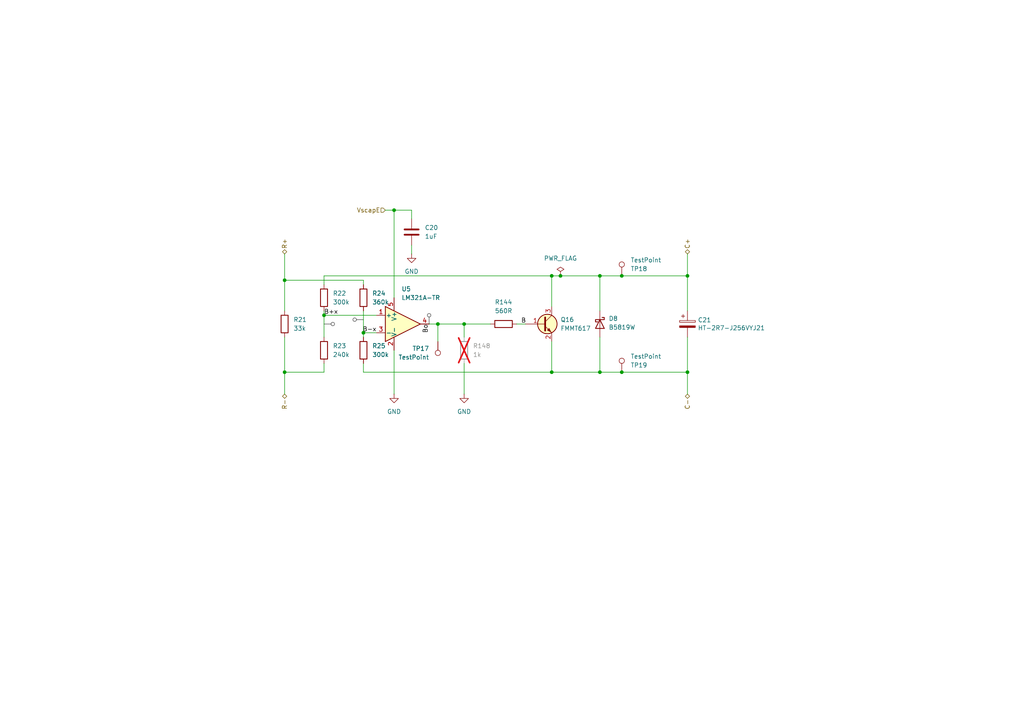
<source format=kicad_sch>
(kicad_sch (version 20250114) (generator "eeschema") (generator_version "9.0")
  (paper "A4")
  (title_block (title "HALPI2") (date "2025-08-15") (rev "v0.5.0") (company "Hat Labs Oy") (comment 1 "https://ohwr.org/cern_ohl_s_v2.pdf") (comment 2 "To view a copy of this license, visit ") (comment 3 "HALPI2 is licensed under CERN-OHL-S v2."))
  (lib_symbols
    (symbol "Amplifier_Operational:LM321" (pin_names (offset 0.127))
      (property "Reference" "U" (at 0 7.62 0))
      (property "Value" "LM321" (at 0 5.08 0))
      (symbol "LM321_0_1"
        (polyline (pts (xy -5.08 5.08) (xy 5.08 0) (xy -5.08 -5.08) (xy -5.08 5.08)) (stroke (width 0.254)) (fill (type background)))
      )
      (symbol "LM321_1_1"
        (pin input line (at -7.62 2.54 0) (length 2.54) (name "+") (number "1"))
        (pin input line (at -7.62 -2.54 0) (length 2.54) (name "-") (number "3"))
        (pin power_in line (at -2.54 7.62 270) (length 3.81) (name "V+") (number "5"))
        (pin power_in line (at -2.54 -7.62 90) (length 3.81) (name "V-") (number "2"))
        (pin output line (at 7.62 0 180) (length 2.54) (name "~") (number "4"))
      )
    )
    (symbol "Connector:TestPoint" (pin_numbers (hide yes)) (pin_names (offset 0.762) (hide yes))
      (property "Reference" "TP" (at 0 6.858 0))
      (property "Value" "TestPoint" (at 0 5.08 0))
      (symbol "TestPoint_0_1"
        (circle (center 0 3.302) (radius 0.762))
      )
      (symbol "TestPoint_1_1"
        (pin passive line (at 0 0 90) (length 2.54) (name "1") (number "1"))
      )
    )
    (symbol "Device:C" (pin_numbers (hide yes)) (pin_names (offset 0.254))
      (property "Reference" "C" (at 0.635 2.54 0))
      (property "Value" "C" (at 0.635 -2.54 0))
      (symbol "C_0_1"
        (polyline (pts (xy -2.032 0.762) (xy 2.032 0.762)) (stroke (width 0.508)))
        (polyline (pts (xy -2.032 -0.762) (xy 2.032 -0.762)) (stroke (width 0.508)))
      )
      (symbol "C_1_1"
        (pin passive line (at 0 3.81 270) (length 2.794) (name "~") (number "1"))
        (pin passive line (at 0 -3.81 90) (length 2.794) (name "~") (number "2"))
      )
    )
    (symbol "Device:C_Polarized" (pin_numbers (hide yes)) (pin_names (offset 0.254))
      (property "Reference" "C" (at 0.635 2.54 0))
      (property "Value" "C_Polarized" (at 0.635 -2.54 0))
      (symbol "C_Polarized_0_1"
        (rectangle (start -2.286 0.508) (end 2.286 1.016))
        (polyline (pts (xy -1.778 2.286) (xy -0.762 2.286)))
        (polyline (pts (xy -1.27 2.794) (xy -1.27 1.778)))
        (rectangle (start 2.286 -0.508) (end -2.286 -1.016) (fill (type outline)))
      )
      (symbol "C_Polarized_1_1"
        (pin passive line (at 0 3.81 270) (length 2.794) (name "~") (number "1"))
        (pin passive line (at 0 -3.81 90) (length 2.794) (name "~") (number "2"))
      )
    )
    (symbol "Device:R" (pin_numbers (hide yes)) (pin_names (offset 0))
      (property "Reference" "R" (at 2.032 0 90))
      (property "Value" "R" (at 0 0 90))
      (symbol "R_0_1"
        (rectangle (start -1.016 -2.54) (end 1.016 2.54) (stroke (width 0.254)))
      )
      (symbol "R_1_1"
        (pin passive line (at 0 3.81 270) (length 1.27) (name "~") (number "1"))
        (pin passive line (at 0 -3.81 90) (length 1.27) (name "~") (number "2"))
      )
    )
    (symbol "Diode:SS34" (pin_numbers (hide yes)) (pin_names (offset 1.016) (hide yes))
      (property "Reference" "D" (at 0 2.54 0))
      (property "Value" "SS34" (at 0 -2.54 0))
      (symbol "SS34_0_1"
        (polyline (pts (xy -1.905 0.635) (xy -1.905 1.27) (xy -1.27 1.27) (xy -1.27 -1.27) (xy -0.635 -1.27) (xy -0.635 -0.635)) (stroke (width 0.254)))
        (polyline (pts (xy 1.27 1.27) (xy 1.27 -1.27) (xy -1.27 0) (xy 1.27 1.27)) (stroke (width 0.254)))
        (polyline (pts (xy 1.27 0) (xy -1.27 0)))
      )
      (symbol "SS34_1_1"
        (pin passive line (at -3.81 0 0) (length 2.54) (name "K") (number "1"))
        (pin passive line (at 3.81 0 180) (length 2.54) (name "A") (number "2"))
      )
    )
    (symbol "PCM_Transistor_BJT_AKL:FMMT617" (pin_names (hide yes))
      (property "Reference" "Q" (at 5.08 1.27 0))
      (property "Value" "FMMT617" (at 5.08 -1.27 0))
      (symbol "FMMT617_0_1"
        (polyline (pts (xy 0.635 1.905) (xy 0.635 -1.905) (xy 0.635 -1.905)) (stroke (width 0.508)))
        (polyline (pts (xy 0.635 0.635) (xy 2.54 2.54)))
        (polyline (pts (xy 0.635 -0.635) (xy 2.54 -2.54) (xy 2.54 -2.54)))
        (circle (center 1.27 0) (radius 2.8194) (stroke (width 0.254)) (fill (type background)))
        (polyline (pts (xy 1.27 -1.778) (xy 1.778 -1.27) (xy 2.286 -2.286) (xy 1.27 -1.778) (xy 1.27 -1.778)) (fill (type outline)))
      )
      (symbol "FMMT617_1_1"
        (pin input line (at -5.08 0 0) (length 5.715) (name "B") (number "1"))
        (pin passive line (at 2.54 5.08 270) (length 2.54) (name "C") (number "3"))
        (pin passive line (at 2.54 -5.08 90) (length 2.54) (name "E") (number "2"))
      )
    )
    (symbol "power:GND" (power) (pin_numbers (hide yes)) (pin_names (offset 0) (hide yes))
      (property "Value" "GND" (at 0 -3.81 0))
      (symbol "GND_0_1"
        (polyline (pts (xy 0 0) (xy 0 -1.27) (xy 1.27 -1.27) (xy 0 -2.54) (xy -1.27 -1.27) (xy 0 -1.27)))
      )
      (symbol "GND_1_1"
        (pin power_in line (at 0 0 270) (length 0) (name "~") (number "1"))
      )
    )
    (symbol "power:PWR_FLAG" (power) (pin_numbers (hide yes)) (pin_names (offset 0) (hide yes))
      (property "Value" "PWR_FLAG" (at 0 3.81 0))
      (symbol "PWR_FLAG_0_0"
        (pin power_out line (at 0 0 90) (length 0) (name "~") (number "1"))
      )
      (symbol "PWR_FLAG_0_1"
        (polyline (pts (xy 0 0) (xy 0 1.27) (xy -1.016 1.905) (xy 0 2.54) (xy 1.016 1.905) (xy 0 1.27)))
      )
    )
  )
  (junction (at 173.99 107.95))
  (junction (at 199.39 107.95))
  (junction (at 160.02 107.95))
  (junction (at 82.55 107.95))
  (junction (at 93.98 91.44))
  (junction (at 134.62 93.98))
  (junction (at 160.02 80.01))
  (junction (at 199.39 80.01))
  (junction (at 127 93.98))
  (junction (at 82.55 81.28))
  (junction (at 180.34 107.95))
  (junction (at 114.3 60.96))
  (junction (at 173.99 80.01))
  (junction (at 105.41 96.52))
  (junction (at 180.34 80.01))
  (junction (at 162.56 80.01))
  (wire (pts (xy 173.99 80.01) (xy 180.34 80.01)))
  (wire (pts (xy 162.56 80.01) (xy 173.99 80.01)))
  (wire (pts (xy 82.55 97.79) (xy 82.55 107.95)))
  (wire (pts (xy 134.62 105.41) (xy 134.62 114.3)))
  (wire (pts (xy 134.62 93.98) (xy 127 93.98)))
  (wire (pts (xy 152.4 93.98) (xy 149.86 93.98)))
  (wire (pts (xy 173.99 107.95) (xy 180.34 107.95)))
  (wire (pts (xy 93.98 91.44) (xy 109.22 91.44)))
  (wire (pts (xy 93.98 107.95) (xy 82.55 107.95)))
  (wire (pts (xy 114.3 101.6) (xy 114.3 114.3)))
  (wire (pts (xy 134.62 93.98) (xy 134.62 97.79)))
  (wire (pts (xy 127 93.98) (xy 124.46 93.98)))
  (wire (pts (xy 119.38 63.5) (xy 119.38 60.96)))
  (wire (pts (xy 105.41 81.28) (xy 82.55 81.28)))
  (wire (pts (xy 114.3 60.96) (xy 114.3 86.36)))
  (wire (pts (xy 119.38 60.96) (xy 114.3 60.96)))
  (wire (pts (xy 114.3 60.96) (xy 111.76 60.96)))
  (wire (pts (xy 199.39 107.95) (xy 199.39 114.3)))
  (wire (pts (xy 142.24 93.98) (xy 134.62 93.98)))
  (wire (pts (xy 173.99 97.79) (xy 173.99 107.95)))
  (wire (pts (xy 105.41 90.17) (xy 105.41 96.52)))
  (wire (pts (xy 173.99 80.01) (xy 173.99 90.17)))
  (wire (pts (xy 127 93.98) (xy 127 99.06)))
  (wire (pts (xy 160.02 80.01) (xy 160.02 88.9)))
  (wire (pts (xy 93.98 80.01) (xy 93.98 82.55)))
  (wire (pts (xy 93.98 90.17) (xy 93.98 91.44)))
  (wire (pts (xy 160.02 107.95) (xy 173.99 107.95)))
  (wire (pts (xy 160.02 80.01) (xy 162.56 80.01)))
  (wire (pts (xy 119.38 71.12) (xy 119.38 73.66)))
  (wire (pts (xy 82.55 81.28) (xy 82.55 90.17)))
  (wire (pts (xy 199.39 80.01) (xy 199.39 90.17)))
  (wire (pts (xy 93.98 80.01) (xy 160.02 80.01)))
  (wire (pts (xy 82.55 73.66) (xy 82.55 81.28)))
  (wire (pts (xy 160.02 99.06) (xy 160.02 107.95)))
  (wire (pts (xy 93.98 91.44) (xy 93.98 97.79)))
  (wire (pts (xy 180.34 80.01) (xy 199.39 80.01)))
  (wire (pts (xy 105.41 96.52) (xy 109.22 96.52)))
  (wire (pts (xy 199.39 97.79) (xy 199.39 107.95)))
  (wire (pts (xy 199.39 73.66) (xy 199.39 80.01)))
  (wire (pts (xy 93.98 105.41) (xy 93.98 107.95)))
  (wire (pts (xy 105.41 82.55) (xy 105.41 81.28)))
  (wire (pts (xy 105.41 107.95) (xy 160.02 107.95)))
  (wire (pts (xy 105.41 105.41) (xy 105.41 107.95)))
  (wire (pts (xy 180.34 107.95) (xy 199.39 107.95)))
  (wire (pts (xy 82.55 107.95) (xy 82.55 114.3)))
  (wire (pts (xy 105.41 96.52) (xy 105.41 97.79)))
  (label "B+x" (at 93.98 91.44 0))
  (label "Bo" (at 124.46 93.98 270))
  (label "B-x" (at 109.22 96.52 180))
  (label "B" (at 151.13 93.98 0))
  (hierarchical_label "VscapE" (shape input) (at 111.76 60.96 180))
  (hierarchical_label "C-" (shape bidirectional) (at 199.39 114.3 270))
  (hierarchical_label "C+" (shape bidirectional) (at 199.39 73.66 90))
  (hierarchical_label "R-" (shape bidirectional) (at 82.55 114.3 270))
  (hierarchical_label "R+" (shape bidirectional) (at 82.55 73.66 90))
  (netclass_flag "" (length 2.54) (shape round) (at 124.46 93.98 0) (property "Netclass" "Analog" (effects (hide yes))))
  (netclass_flag "" (length 2.54) (shape round) (at 105.41 92.71 90) (property "Netclass" "Analog" (effects (hide yes))))
  (netclass_flag "" (length 2.54) (shape round) (at 93.98 93.98 270) (property "Netclass" "Analog" (effects (hide yes))))
  (symbol (lib_id "power:PWR_FLAG") (at 162.56 80.01 0) (unit 1)
    (property "Reference" "#FLG04" (effects (hide yes)))
    (property "Value" "PWR_FLAG" (at 162.56 74.93 0))
    (property "Description" "Special symbol for telling ERC where power comes from" (effects (hide yes)))
    (instances (project "HALPI2" (path "" (reference "#FLG07") (unit 1)) (path "" (reference "#FLG05") (unit 1)) (path "" (reference "#FLG04") (unit 1)) (path "" (reference "#FLG06") (unit 1))))
  )
  (symbol (lib_id "Connector:TestPoint") (at 180.34 107.95 0) (mirror y) (unit 1)
    (property "Reference" "TP10" (at 182.88 105.9181 0) (effects (justify right)))
    (property "Value" "TestPoint" (at 182.88 103.3781 0) (effects (justify right)))
    (property "Footprint" "TestPoint:TestPoint_Pad_D1.5mm" (effects (hide yes)))
    (property "Description" "test point" (effects (hide yes)))
    (instances (project "HALPI2" (path "" (reference "TP19") (unit 1)) (path "" (reference "TP13") (unit 1)) (path "" (reference "TP10") (unit 1)) (path "" (reference "TP16") (unit 1))))
  )
  (symbol (lib_id "PCM_Transistor_BJT_AKL:FMMT617") (at 157.48 93.98 0) (unit 1)
    (property "Reference" "Q13" (at 162.56 92.7099 0) (effects (justify left)))
    (property "Value" "FMMT617" (at 162.56 95.2499 0) (effects (justify left)))
    (property "Footprint" "Package_TO_SOT_SMD:SOT-23" (effects (hide yes)))
    (property "Datasheet" "https://www.tme.eu/Document/efdfec2c1721f0c6228aa2f4575c9c70/FMMT617.pdf" (effects (hide yes)))
    (property "Description" "NPN SOT-23 transistor, 15V, 3A, 625mW, Alternate KiCAD Library" (effects (hide yes)))
    (property "LCSC" "C686650" (effects (hide yes)))
    (instances (project "" (path "" (reference "Q16") (unit 1)) (path "" (reference "Q14") (unit 1)) (path "" (reference "Q13") (unit 1)) (path "" (reference "Q15") (unit 1))))
  )
  (symbol (lib_id "Amplifier_Operational:LM321") (at 116.84 93.98 0) (unit 1)
    (property "Reference" "U2" (at 116.4433 83.82 0) (effects (justify left)))
    (property "Value" "LM321A-TR" (at 116.4433 86.36 0) (effects (justify left)))
    (property "Footprint" "Package_TO_SOT_SMD:SOT-23-5" (effects (hide yes)))
    (property "Datasheet" "http://www.ti.com/lit/ds/symlink/lm321.pdf" (effects (hide yes)))
    (property "Description" "Low Power Single Operational Amplifier, SOT-23-5" (effects (hide yes)))
    (property "LCSC" "C2842352" (effects (hide yes)))
    (instances (project "" (path "" (reference "U5") (unit 1)) (path "" (reference "U3") (unit 1)) (path "" (reference "U2") (unit 1)) (path "" (reference "U4") (unit 1))))
  )
  (symbol (lib_id "Connector:TestPoint") (at 180.34 80.01 0) (mirror y) (unit 1)
    (property "Reference" "TP9" (at 182.88 77.9781 0) (effects (justify right)))
    (property "Value" "TestPoint" (at 182.88 75.4381 0) (effects (justify right)))
    (property "Footprint" "TestPoint:TestPoint_Pad_D1.5mm" (effects (hide yes)))
    (property "Description" "test point" (effects (hide yes)))
    (instances (project "HALPI2" (path "" (reference "TP18") (unit 1)) (path "" (reference "TP12") (unit 1)) (path "" (reference "TP9") (unit 1)) (path "" (reference "TP15") (unit 1))))
  )
  (symbol (lib_id "Device:C_Polarized") (at 199.39 93.98 0) (unit 1)
    (property "Reference" "C15" (at 202.3872 92.8116 0) (effects (justify left)))
    (property "Value" "HT-2R7-J256VYJ21" (at 202.3872 95.123 0) (effects (justify left)))
    (property "Footprint" "Hatlabs:CP_Radial_D16.0mm_P7.50mm" (effects (hide yes)))
    (property "Description" "Polarized capacitor" (effects (hide yes)))
    (property "JLCPCB_IGNORE" "1" (effects (hide yes)))
    (instances (project "HALPI2" (path "" (reference "C21") (unit 1)) (path "" (reference "C17") (unit 1)) (path "" (reference "C15") (unit 1)) (path "" (reference "C19") (unit 1))))
  )
  (symbol (lib_id "power:GND") (at 114.3 114.3 0) (unit 1)
    (property "Reference" "#PWR0372" (effects (hide yes)))
    (property "Value" "GND" (at 114.3 119.38 0))
    (property "Description" "Power symbol creates a global label with name \"GND\" , ground" (effects (hide yes)))
    (instances (project "HALPI2" (path "" (reference "#PWR0375") (unit 1)) (path "" (reference "#PWR0373") (unit 1)) (path "" (reference "#PWR0372") (unit 1)) (path "" (reference "#PWR0374") (unit 1))))
  )
  (symbol (lib_id "power:GND") (at 119.38 73.66 0) (unit 1)
    (property "Reference" "#PWR0368" (effects (hide yes)))
    (property "Value" "GND" (at 119.38 78.74 0))
    (property "Description" "Power symbol creates a global label with name \"GND\" , ground" (effects (hide yes)))
    (instances (project "" (path "" (reference "#PWR0371") (unit 1)) (path "" (reference "#PWR0369") (unit 1)) (path "" (reference "#PWR0368") (unit 1)) (path "" (reference "#PWR0370") (unit 1))))
  )
  (symbol (lib_id "Device:R") (at 134.62 101.6 180) (unit 1) (dnp yes)
    (property "Reference" "R145" (at 137.16 100.3299 0) (effects (justify right)))
    (property "Value" "1k" (at 137.16 102.8699 0) (effects (justify right)))
    (property "Footprint" "Resistor_SMD:R_0603_1608Metric" (effects (hide yes)))
    (property "Description" "Resistor" (effects (hide yes)))
    (property "LCSC" "C21190" (effects (hide yes)))
    (instances (project "HALPI2" (path "" (reference "R148") (unit 1)) (path "" (reference "R146") (unit 1)) (path "" (reference "R145") (unit 1)) (path "" (reference "R147") (unit 1))))
  )
  (symbol (lib_id "Device:R") (at 82.55 93.98 0) (unit 1)
    (property "Reference" "R6" (at 85.09 92.7099 0) (effects (justify left)))
    (property "Value" "33k" (at 85.09 95.2499 0) (effects (justify left)))
    (property "Footprint" "Resistor_SMD:R_0603_1608Metric" (effects (hide yes)))
    (property "Description" "Resistor" (effects (hide yes)))
    (property "LCSC" "C4216" (effects (hide yes)))
    (instances (project "HALPI2" (path "" (reference "R21") (unit 1)) (path "" (reference "R11") (unit 1)) (path "" (reference "R6") (unit 1)) (path "" (reference "R16") (unit 1))))
  )
  (symbol (lib_id "Device:C") (at 119.38 67.31 0) (unit 1)
    (property "Reference" "C14" (at 123.19 66.0399 0) (effects (justify left)))
    (property "Value" "1uF" (at 123.19 68.5799 0) (effects (justify left)))
    (property "Footprint" "Capacitor_SMD:C_0603_1608Metric" (effects (hide yes)))
    (property "Description" "Unpolarized capacitor" (effects (hide yes)))
    (property "LCSC" "C15849" (effects (hide yes)))
    (instances (project "HALPI2" (path "" (reference "C20") (unit 1)) (path "" (reference "C16") (unit 1)) (path "" (reference "C14") (unit 1)) (path "" (reference "C18") (unit 1))))
  )
  (symbol (lib_id "Device:R") (at 105.41 86.36 0) (unit 1)
    (property "Reference" "R9" (at 107.95 85.0899 0) (effects (justify left)))
    (property "Value" "360k" (at 107.95 87.6299 0) (effects (justify left)))
    (property "Footprint" "Resistor_SMD:R_0603_1608Metric" (effects (hide yes)))
    (property "Description" "Resistor" (effects (hide yes)))
    (property "LCSC" "C23146" (effects (hide yes)))
    (instances (project "HALPI2" (path "" (reference "R24") (unit 1)) (path "" (reference "R14") (unit 1)) (path "" (reference "R9") (unit 1)) (path "" (reference "R19") (unit 1))))
  )
  (symbol (lib_id "Connector:TestPoint") (at 127 99.06 0) (mirror x) (unit 1) (in_bom no)
    (property "Reference" "TP8" (at 124.46 101.0919 0) (effects (justify right)))
    (property "Value" "TestPoint" (at 124.46 103.6319 0) (effects (justify right)))
    (property "Footprint" "TestPoint:TestPoint_Pad_D1.0mm" (effects (hide yes)))
    (property "Description" "test point" (effects (hide yes)))
    (instances (project "" (path "" (reference "TP17") (unit 1)) (path "" (reference "TP11") (unit 1)) (path "" (reference "TP8") (unit 1)) (path "" (reference "TP14") (unit 1))))
  )
  (symbol (lib_id "Device:R") (at 105.41 101.6 0) (unit 1)
    (property "Reference" "R10" (at 107.95 100.3299 0) (effects (justify left)))
    (property "Value" "300k" (at 107.95 102.8699 0) (effects (justify left)))
    (property "Footprint" "Resistor_SMD:R_0603_1608Metric" (effects (hide yes)))
    (property "Description" "Resistor" (effects (hide yes)))
    (property "LCSC" "C23024" (effects (hide yes)))
    (instances (project "HALPI2" (path "" (reference "R25") (unit 1)) (path "" (reference "R15") (unit 1)) (path "" (reference "R10") (unit 1)) (path "" (reference "R20") (unit 1))))
  )
  (symbol (lib_id "Device:R") (at 146.05 93.98 90) (unit 1)
    (property "Reference" "R141" (at 146.05 87.63 90))
    (property "Value" "560R" (at 146.05 90.17 90))
    (property "Footprint" "Resistor_SMD:R_0603_1608Metric" (effects (hide yes)))
    (property "Description" "Resistor" (effects (hide yes)))
    (property "LCSC" "C23204" (effects (hide yes)))
    (instances (project "HALPI2" (path "" (reference "R144") (unit 1)) (path "" (reference "R142") (unit 1)) (path "" (reference "R141") (unit 1)) (path "" (reference "R143") (unit 1))))
  )
  (symbol (lib_id "Device:R") (at 93.98 86.36 0) (unit 1)
    (property "Reference" "R7" (at 96.52 85.0899 0) (effects (justify left)))
    (property "Value" "300k" (at 96.52 87.6299 0) (effects (justify left)))
    (property "Footprint" "Resistor_SMD:R_0603_1608Metric" (effects (hide yes)))
    (property "Description" "Resistor" (effects (hide yes)))
    (property "LCSC" "C23024" (effects (hide yes)))
    (instances (project "HALPI2" (path "" (reference "R22") (unit 1)) (path "" (reference "R12") (unit 1)) (path "" (reference "R7") (unit 1)) (path "" (reference "R17") (unit 1))))
  )
  (symbol (lib_id "Device:R") (at 93.98 101.6 0) (unit 1)
    (property "Reference" "R8" (at 96.52 100.3299 0) (effects (justify left)))
    (property "Value" "240k" (at 96.52 102.8699 0) (effects (justify left)))
    (property "Footprint" "Resistor_SMD:R_0603_1608Metric" (effects (hide yes)))
    (property "Description" "Resistor" (effects (hide yes)))
    (property "LCSC" "C4197" (effects (hide yes)))
    (instances (project "HALPI2" (path "" (reference "R23") (unit 1)) (path "" (reference "R13") (unit 1)) (path "" (reference "R8") (unit 1)) (path "" (reference "R18") (unit 1))))
  )
  (symbol (lib_id "Diode:SS34") (at 173.99 93.98 270) (unit 1)
    (property "Reference" "D5" (at 176.53 92.3924 90) (effects (justify left)))
    (property "Value" "B5819W" (at 176.53 94.9324 90) (effects (justify left)))
    (property "Footprint" "Diode_SMD:D_SOD-123" (effects (hide yes)))
    (property "Datasheet" "https://www.vishay.com/docs/88751/ss32.pdf" (effects (hide yes)))
    (property "Description" "40V 3A Schottky Diode, SMA" (effects (hide yes)))
    (property "LCSC" "C8598" (effects (hide yes)))
    (instances (project "HALPI2" (path "" (reference "D8") (unit 1)) (path "" (reference "D6") (unit 1)) (path "" (reference "D5") (unit 1)) (path "" (reference "D7") (unit 1))))
  )
  (symbol (lib_id "power:GND") (at 134.62 114.3 0) (unit 1)
    (property "Reference" "#PWR0378" (effects (hide yes)))
    (property "Value" "GND" (at 134.62 119.38 0))
    (property "Description" "Power symbol creates a global label with name \"GND\" , ground" (effects (hide yes)))
    (instances (project "HALPI2" (path "" (reference "#PWR0381") (unit 1)) (path "" (reference "#PWR0379") (unit 1)) (path "" (reference "#PWR0378") (unit 1)) (path "" (reference "#PWR0380") (unit 1))))
  )
)
</source>
